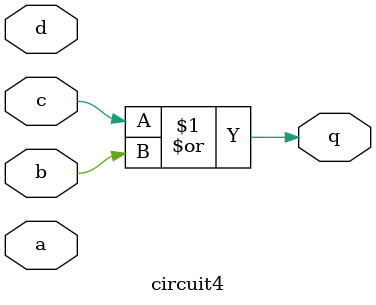
<source format=v>

module circuit4 (
  input a,
  input b,
  input c,
  input d,
  output q

);

  assign q = c | b;

endmodule




</source>
